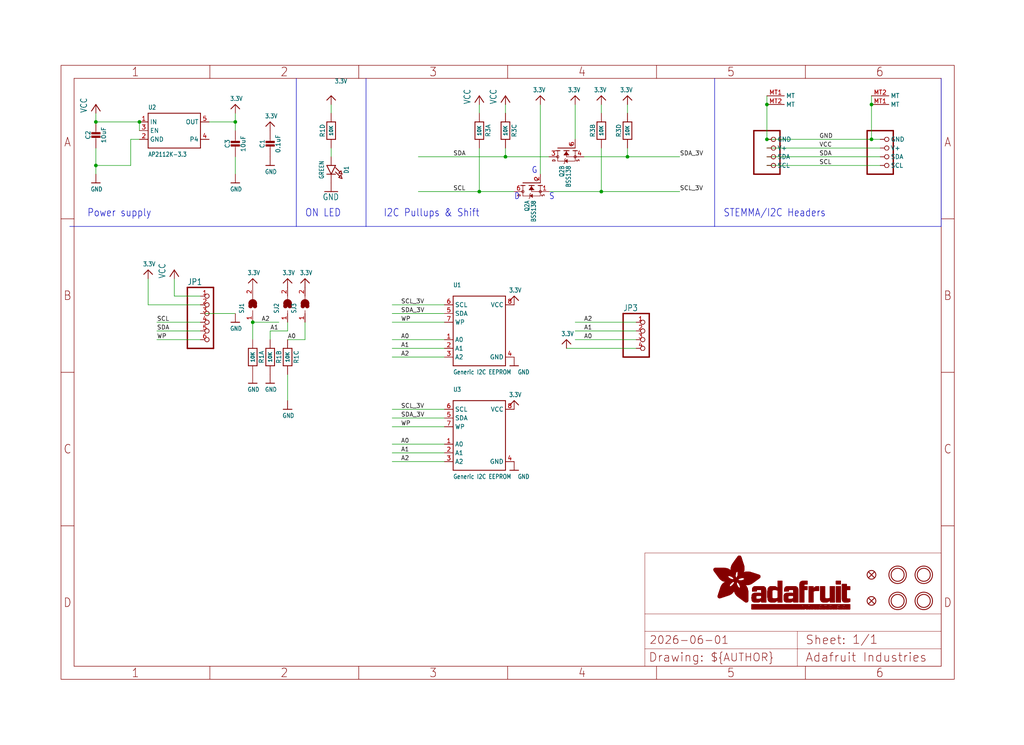
<source format=kicad_sch>
(kicad_sch (version 20230121) (generator eeschema)
  (paper "User" 298.45 217.322)
  (lib_symbols
    (symbol "working-eagle-import:3.3V" (power)
      (property "Value" "3.3V" (at -1.524 1.016 0))
      (symbol "3.3V_1_0"
        (pin power_in line (at 0 -2.54 90) (length 2.54) (name "3.3V") (number "1"))
      )
    )
    (symbol "working-eagle-import:CAP_CERAMIC0603_NO"
      (property "Reference" "C" (at -2.29 1.25 90))
      (symbol "CAP_CERAMIC0603_NO_1_0"
        (pin passive line (at 0 5.08 270) (length 2.54) (name "1") (number "1"))
        (pin passive line (at 0 -2.54 90) (length 2.54) (name "2") (number "2"))
      )
    )
    (symbol "working-eagle-import:CAP_CERAMIC0805-NOOUTLINE"
      (property "Reference" "C" (at -2.29 1.25 90))
      (symbol "CAP_CERAMIC0805-NOOUTLINE_1_0"
        (pin passive line (at 0 5.08 270) (length 2.54) (name "1") (number "1"))
        (pin passive line (at 0 -2.54 90) (length 2.54) (name "2") (number "2"))
      )
    )
    (symbol "working-eagle-import:EEPROM_I2C_8PIN_GENERIC"
      (property "Reference" "U" (at -7.62 12.7 0))
      (symbol "EEPROM_I2C_8PIN_GENERIC_1_0"
        (pin input line (at -10.16 -2.54 0) (length 2.54) (name "A0") (number "1"))
        (pin input line (at -10.16 -5.08 0) (length 2.54) (name "A1") (number "2"))
        (pin input line (at -10.16 -7.62 0) (length 2.54) (name "A2") (number "3"))
        (pin power_in line (at 10.16 -7.62 180) (length 2.54) (name "GND") (number "4"))
        (pin bidirectional line (at -10.16 5.08 0) (length 2.54) (name "SDA") (number "5"))
        (pin input line (at -10.16 7.62 0) (length 2.54) (name "SCL") (number "6"))
        (pin input line (at -10.16 2.54 0) (length 2.54) (name "WP") (number "7"))
        (pin power_in line (at 10.16 7.62 180) (length 2.54) (name "VCC") (number "8"))
      )
    )
    (symbol "working-eagle-import:EEPROM_I2C_8PIN_GENERIC_SON8"
      (property "Reference" "U" (at -7.62 12.7 0))
      (symbol "EEPROM_I2C_8PIN_GENERIC_SON8_1_0"
        (pin input line (at -10.16 -2.54 0) (length 2.54) (name "A0") (number "1"))
        (pin input line (at -10.16 -5.08 0) (length 2.54) (name "A1") (number "2"))
        (pin input line (at -10.16 -7.62 0) (length 2.54) (name "A2") (number "3"))
        (pin power_in line (at 10.16 -7.62 180) (length 2.54) (name "GND") (number "4"))
        (pin bidirectional line (at -10.16 5.08 0) (length 2.54) (name "SDA") (number "5"))
        (pin input line (at -10.16 7.62 0) (length 2.54) (name "SCL") (number "6"))
        (pin input line (at -10.16 2.54 0) (length 2.54) (name "WP") (number "7"))
        (pin power_in line (at 10.16 7.62 180) (length 2.54) (name "VCC") (number "8"))
      )
    )
    (symbol "working-eagle-import:FIDUCIAL_1MM")
    (symbol "working-eagle-import:FRAME_A4_ADAFRUIT"
      (symbol "FRAME_A4_ADAFRUIT_1_0"
        (text "${#}/${##}" (at 230.505 10.16 0) (effects (font (size 2.54 2.54)) (justify left bottom)))
        (text "${AUTHOR}" (at 189.23 5.08 0) (effects (font (size 2.286 2.286)) (justify left bottom)))
        (text "${CURRENT_DATE}" (at 171.45 10.16 0) (effects (font (size 2.286 2.286)) (justify left bottom)))
        (text "${PROJECTNAME}" (at 171.45 15.24 0) (effects (font (size 2.54 2.54)) (justify left bottom)))
        (text "1" (at 21.6958 1.905 0) (effects (font (size 2.54 2.286))))
        (text "1" (at 21.6958 177.165 0) (effects (font (size 2.54 2.286))))
        (text "2" (at 65.0875 1.905 0) (effects (font (size 2.54 2.286))))
        (text "2" (at 65.0875 177.165 0) (effects (font (size 2.54 2.286))))
        (text "3" (at 108.4792 1.905 0) (effects (font (size 2.54 2.286))))
        (text "3" (at 108.4792 177.165 0) (effects (font (size 2.54 2.286))))
        (text "4" (at 151.8708 1.905 0) (effects (font (size 2.54 2.286))))
        (text "4" (at 151.8708 177.165 0) (effects (font (size 2.54 2.286))))
        (text "5" (at 195.2625 1.905 0) (effects (font (size 2.54 2.286))))
        (text "5" (at 195.2625 177.165 0) (effects (font (size 2.54 2.286))))
        (text "6" (at 238.6542 1.905 0) (effects (font (size 2.54 2.286))))
        (text "6" (at 238.6542 177.165 0) (effects (font (size 2.54 2.286))))
        (text "A" (at 1.905 156.6863 0) (effects (font (size 2.54 2.286))))
        (text "A" (at 258.445 156.6863 0) (effects (font (size 2.54 2.286))))
        (text "Adafruit Industries" (at 216.916 4.953 0) (effects (font (size 2.54 2.54)) (justify left bottom)))
        (text "B" (at 1.905 111.9188 0) (effects (font (size 2.54 2.286))))
        (text "B" (at 258.445 111.9188 0) (effects (font (size 2.54 2.286))))
        (text "C" (at 1.905 67.1513 0) (effects (font (size 2.54 2.286))))
        (text "C" (at 258.445 67.1513 0) (effects (font (size 2.54 2.286))))
        (text "D" (at 1.905 22.3838 0) (effects (font (size 2.54 2.286))))
        (text "D" (at 258.445 22.3838 0) (effects (font (size 2.54 2.286))))
        (text "Drawing:" (at 171.196 4.953 0) (effects (font (size 2.54 2.54)) (justify left bottom)))
        (text "Sheet:" (at 216.916 10.033 0) (effects (font (size 2.54 2.54)) (justify left bottom)))
      )
    )
    (symbol "working-eagle-import:GND" (power)
      (property "Value" "GND" (at -1.524 -2.54 0))
      (symbol "GND_1_0"
        (pin power_in line (at 0 2.54 270) (length 2.54) (name "GND") (number "1"))
      )
    )
    (symbol "working-eagle-import:HEADER-1X4ROUND"
      (property "Reference" "JP" (at -6.35 8.255 0))
      (symbol "HEADER-1X4ROUND_1_0"
        (pin passive inverted (at -2.54 5.08 0) (length 2.54) (name "1") (number "1"))
        (pin passive inverted (at -2.54 2.54 0) (length 2.54) (name "2") (number "2"))
        (pin passive inverted (at -2.54 0 0) (length 2.54) (name "3") (number "3"))
        (pin passive inverted (at -2.54 -2.54 0) (length 2.54) (name "4") (number "4"))
      )
    )
    (symbol "working-eagle-import:HEADER-1X670MIL"
      (property "Reference" "JP" (at -6.35 10.795 0))
      (symbol "HEADER-1X670MIL_1_0"
        (pin passive inverted (at -2.54 7.62 0) (length 2.54) (name "1") (number "1"))
        (pin passive inverted (at -2.54 5.08 0) (length 2.54) (name "2") (number "2"))
        (pin passive inverted (at -2.54 2.54 0) (length 2.54) (name "3") (number "3"))
        (pin passive inverted (at -2.54 0 0) (length 2.54) (name "4") (number "4"))
        (pin passive inverted (at -2.54 -2.54 0) (length 2.54) (name "5") (number "5"))
        (pin passive inverted (at -2.54 -5.08 0) (length 2.54) (name "6") (number "6"))
      )
    )
    (symbol "working-eagle-import:LED0603_NOOUTLINE"
      (property "Reference" "D" (at -1.27 4.445 0))
      (symbol "LED0603_NOOUTLINE_1_0"
        (pin passive line (at -5.08 0 0) (length 2.54) (name "A") (number "A"))
        (pin passive line (at 2.54 0 180) (length 2.54) (name "C") (number "C"))
      )
    )
    (symbol "working-eagle-import:MOSFET-N_DUAL"
      (property "Reference" "Q" (at 5.08 0.635 0))
      (symbol "MOSFET-N_DUAL_1_0"
        (text "D" (at 3.175 3.175 0) (effects (font (size 0.8128 0.6908)) (justify left bottom)))
        (text "G" (at -1.27 -1.905 0) (effects (font (size 0.8128 0.6908)) (justify left bottom)))
        (text "S" (at 3.175 -3.81 0) (effects (font (size 0.8128 0.6908)) (justify left bottom)))
        (pin bidirectional line (at 2.54 -5.08 90) (length 2.54) (name "S") (number "1"))
        (pin bidirectional line (at -2.54 -2.54 0) (length 2.54) (name "G") (number "2"))
        (pin bidirectional line (at 2.54 5.08 270) (length 2.54) (name "D") (number "6"))
      )
      (symbol "MOSFET-N_DUAL_2_0"
        (text "D" (at 3.175 3.175 0) (effects (font (size 0.8128 0.6908)) (justify left bottom)))
        (text "G" (at -1.27 -1.905 0) (effects (font (size 0.8128 0.6908)) (justify left bottom)))
        (text "S" (at 3.175 -3.81 0) (effects (font (size 0.8128 0.6908)) (justify left bottom)))
        (pin bidirectional line (at 2.54 5.08 270) (length 2.54) (name "D") (number "3"))
        (pin bidirectional line (at 2.54 -5.08 90) (length 2.54) (name "S") (number "4"))
        (pin bidirectional line (at -2.54 -2.54 0) (length 2.54) (name "G") (number "5"))
      )
    )
    (symbol "working-eagle-import:MOUNTINGHOLE2.5")
    (symbol "working-eagle-import:RESISTOR_4PACK"
      (property "Reference" "R" (at 0 2.54 0))
      (symbol "RESISTOR_4PACK_1_0"
        (pin passive line (at -5.08 0 0) (length 2.54) (name "1") (number "1"))
        (pin passive line (at 5.08 0 180) (length 2.54) (name "2") (number "8"))
      )
      (symbol "RESISTOR_4PACK_2_0"
        (pin passive line (at -5.08 0 0) (length 2.54) (name "1") (number "2"))
        (pin passive line (at 5.08 0 180) (length 2.54) (name "2") (number "7"))
      )
      (symbol "RESISTOR_4PACK_3_0"
        (pin passive line (at -5.08 0 0) (length 2.54) (name "1") (number "3"))
        (pin passive line (at 5.08 0 180) (length 2.54) (name "2") (number "6"))
      )
      (symbol "RESISTOR_4PACK_4_0"
        (pin passive line (at -5.08 0 0) (length 2.54) (name "1") (number "4"))
        (pin passive line (at 5.08 0 180) (length 2.54) (name "2") (number "5"))
      )
    )
    (symbol "working-eagle-import:SOLDERJUMPER"
      (property "Reference" "SJ" (at -2.54 2.54 0))
      (symbol "SOLDERJUMPER_1_0"
        (pin passive line (at -5.08 0 0) (length 2.54) (name "1") (number "1"))
        (pin passive line (at 5.08 0 180) (length 2.54) (name "2") (number "2"))
      )
    )
    (symbol "working-eagle-import:STEMMA_I2C_QT"
      (symbol "STEMMA_I2C_QT_1_0"
        (pin passive inverted (at 0 5.08 0) (length 2.54) (name "GND") (number "1"))
        (pin passive inverted (at 0 2.54 0) (length 2.54) (name "V+") (number "2"))
        (pin passive inverted (at 0 0 0) (length 2.54) (name "SDA") (number "3"))
        (pin passive inverted (at 0 -2.54 0) (length 2.54) (name "SCL") (number "4"))
      )
      (symbol "STEMMA_I2C_QT_2_0"
        (pin bidirectional line (at 0 0 0) (length 5.08) (name "MT") (number "MT1"))
      )
      (symbol "STEMMA_I2C_QT_3_0"
        (pin bidirectional line (at 0 0 0) (length 5.08) (name "MT") (number "MT2"))
      )
    )
    (symbol "working-eagle-import:VCC" (power)
      (property "Value" "VCC" (at -2.54 -2.54 90))
      (symbol "VCC_1_0"
        (pin power_in line (at 0 -2.54 90) (length 2.54) (name "VCC") (number "1"))
      )
    )
    (symbol "working-eagle-import:VREG_SOT23-5"
      (property "Reference" "U" (at -7.62 6.096 0))
      (symbol "VREG_SOT23-5_1_0"
        (pin power_in line (at -10.16 2.54 0) (length 2.54) (name "IN") (number "1"))
        (pin power_in line (at -10.16 -2.54 0) (length 2.54) (name "GND") (number "2"))
        (pin input line (at -10.16 0 0) (length 2.54) (name "EN") (number "3"))
        (pin bidirectional line (at 10.16 -2.54 180) (length 2.54) (name "P4") (number "4"))
        (pin power_in line (at 10.16 2.54 180) (length 2.54) (name "OUT") (number "5"))
      )
    )
    (symbol "working-eagle-import:supply1_GND" (power)
      (property "Value" "supply1_GND" (at -2.54 -2.54 0))
      (symbol "supply1_GND_1_0"
        (pin power_in line (at 0 2.54 270) (length 2.54) (name "GND") (number "1"))
      )
    )
  )
  (junction (at 27.94 35.56))
  (junction (at 139.7 55.88))
  (junction (at 182.88 45.72))
  (junction (at 223.52 40.64))
  (junction (at 254 30.48))
  (junction (at 68.58 35.56))
  (junction (at 223.52 30.48))
  (junction (at 147.32 45.72))
  (junction (at 27.94 48.26))
  (junction (at 73.66 93.98))
  (junction (at 40.64 35.56))
  (junction (at 175.26 55.88))
  (junction (at 254 40.64))
  (wire (pts (xy 223.52 27.94) (xy 223.52 30.48)) (stroke (width 0.1524)))
  (wire (pts (xy 73.66 93.98) (xy 73.66 99.06)) (stroke (width 0.1524)))
  (wire (pts (xy 88.9 99.06) (xy 88.9 93.98)) (stroke (width 0.1524)))
  (polyline (pts (xy 208.28 22.86) (xy 208.28 66.04)) (stroke (width 0.1524) (type solid)))
  (wire (pts (xy 223.52 30.48) (xy 223.52 40.64)) (stroke (width 0.1524)))
  (wire (pts (xy 223.52 48.26) (xy 256.54 48.26)) (stroke (width 0.1524)))
  (wire (pts (xy 38.1 40.64) (xy 38.1 48.26)) (stroke (width 0.1524)))
  (wire (pts (xy 68.58 45.72) (xy 68.58 50.8)) (stroke (width 0.1524)))
  (wire (pts (xy 149.86 55.88) (xy 139.7 55.88)) (stroke (width 0.1524)))
  (polyline (pts (xy 208.28 66.04) (xy 274.32 66.04)) (stroke (width 0.1524) (type solid)))
  (wire (pts (xy 254 30.48) (xy 254 27.94)) (stroke (width 0.1524)))
  (wire (pts (xy 254 40.64) (xy 254 30.48)) (stroke (width 0.1524)))
  (wire (pts (xy 68.58 35.56) (xy 68.58 33.02)) (stroke (width 0.1524)))
  (wire (pts (xy 256.54 45.72) (xy 223.52 45.72)) (stroke (width 0.1524)))
  (wire (pts (xy 114.3 91.44) (xy 129.54 91.44)) (stroke (width 0.1524)))
  (wire (pts (xy 83.82 93.98) (xy 83.82 96.52)) (stroke (width 0.1524)))
  (wire (pts (xy 78.74 96.52) (xy 83.82 96.52)) (stroke (width 0.1524)))
  (wire (pts (xy 129.54 93.98) (xy 114.3 93.98)) (stroke (width 0.1524)))
  (wire (pts (xy 114.3 88.9) (xy 129.54 88.9)) (stroke (width 0.1524)))
  (wire (pts (xy 175.26 55.88) (xy 198.12 55.88)) (stroke (width 0.1524)))
  (polyline (pts (xy 106.68 22.86) (xy 106.68 66.04)) (stroke (width 0.1524) (type solid)))
  (wire (pts (xy 157.48 50.8) (xy 157.48 30.48)) (stroke (width 0.1524)))
  (wire (pts (xy 139.7 55.88) (xy 121.92 55.88)) (stroke (width 0.1524)))
  (wire (pts (xy 160.02 45.72) (xy 147.32 45.72)) (stroke (width 0.1524)))
  (polyline (pts (xy 274.32 22.86) (xy 274.32 66.04)) (stroke (width 0.1524) (type solid)))
  (wire (pts (xy 58.42 88.9) (xy 43.18 88.9)) (stroke (width 0.1524)))
  (wire (pts (xy 256.54 40.64) (xy 254 40.64)) (stroke (width 0.1524)))
  (wire (pts (xy 43.18 88.9) (xy 43.18 81.28)) (stroke (width 0.1524)))
  (wire (pts (xy 60.96 35.56) (xy 68.58 35.56)) (stroke (width 0.1524)))
  (wire (pts (xy 223.52 43.18) (xy 256.54 43.18)) (stroke (width 0.1524)))
  (wire (pts (xy 27.94 33.02) (xy 27.94 35.56)) (stroke (width 0.1524)))
  (wire (pts (xy 58.42 86.36) (xy 50.8 86.36)) (stroke (width 0.1524)))
  (wire (pts (xy 182.88 33.02) (xy 182.88 30.48)) (stroke (width 0.1524)))
  (polyline (pts (xy 86.36 66.04) (xy 106.68 66.04)) (stroke (width 0.1524) (type solid)))
  (wire (pts (xy 114.3 132.08) (xy 129.54 132.08)) (stroke (width 0.1524)))
  (wire (pts (xy 27.94 48.26) (xy 27.94 43.18)) (stroke (width 0.1524)))
  (polyline (pts (xy 106.68 66.04) (xy 208.28 66.04)) (stroke (width 0.1524) (type solid)))
  (wire (pts (xy 114.3 101.6) (xy 129.54 101.6)) (stroke (width 0.1524)))
  (wire (pts (xy 83.82 116.84) (xy 83.82 109.22)) (stroke (width 0.1524)))
  (wire (pts (xy 147.32 43.18) (xy 147.32 45.72)) (stroke (width 0.1524)))
  (wire (pts (xy 182.88 43.18) (xy 182.88 45.72)) (stroke (width 0.1524)))
  (wire (pts (xy 185.42 101.6) (xy 165.1 101.6)) (stroke (width 0.1524)))
  (wire (pts (xy 160.02 55.88) (xy 175.26 55.88)) (stroke (width 0.1524)))
  (wire (pts (xy 58.42 93.98) (xy 45.72 93.98)) (stroke (width 0.1524)))
  (wire (pts (xy 167.64 96.52) (xy 185.42 96.52)) (stroke (width 0.1524)))
  (wire (pts (xy 129.54 104.14) (xy 114.3 104.14)) (stroke (width 0.1524)))
  (wire (pts (xy 68.58 35.56) (xy 68.58 38.1)) (stroke (width 0.1524)))
  (wire (pts (xy 78.74 96.52) (xy 78.74 99.06)) (stroke (width 0.1524)))
  (wire (pts (xy 96.52 30.48) (xy 96.52 33.02)) (stroke (width 0.1524)))
  (wire (pts (xy 182.88 45.72) (xy 198.12 45.72)) (stroke (width 0.1524)))
  (wire (pts (xy 58.42 99.06) (xy 45.72 99.06)) (stroke (width 0.1524)))
  (polyline (pts (xy 86.36 22.86) (xy 86.36 66.04)) (stroke (width 0.1524) (type solid)))
  (wire (pts (xy 170.18 45.72) (xy 182.88 45.72)) (stroke (width 0.1524)))
  (wire (pts (xy 129.54 129.54) (xy 114.3 129.54)) (stroke (width 0.1524)))
  (wire (pts (xy 40.64 35.56) (xy 27.94 35.56)) (stroke (width 0.1524)))
  (wire (pts (xy 114.3 121.92) (xy 129.54 121.92)) (stroke (width 0.1524)))
  (wire (pts (xy 40.64 38.1) (xy 40.64 35.56)) (stroke (width 0.1524)))
  (wire (pts (xy 40.64 40.64) (xy 38.1 40.64)) (stroke (width 0.1524)))
  (wire (pts (xy 147.32 33.02) (xy 147.32 30.48)) (stroke (width 0.1524)))
  (wire (pts (xy 96.52 45.72) (xy 96.52 43.18)) (stroke (width 0.1524)))
  (wire (pts (xy 38.1 48.26) (xy 27.94 48.26)) (stroke (width 0.1524)))
  (wire (pts (xy 185.42 99.06) (xy 167.64 99.06)) (stroke (width 0.1524)))
  (wire (pts (xy 254 40.64) (xy 223.52 40.64)) (stroke (width 0.1524)))
  (wire (pts (xy 129.54 134.62) (xy 114.3 134.62)) (stroke (width 0.1524)))
  (wire (pts (xy 167.64 40.64) (xy 167.64 30.48)) (stroke (width 0.1524)))
  (wire (pts (xy 114.3 119.38) (xy 129.54 119.38)) (stroke (width 0.1524)))
  (wire (pts (xy 129.54 99.06) (xy 114.3 99.06)) (stroke (width 0.1524)))
  (wire (pts (xy 58.42 96.52) (xy 45.72 96.52)) (stroke (width 0.1524)))
  (wire (pts (xy 175.26 33.02) (xy 175.26 30.48)) (stroke (width 0.1524)))
  (wire (pts (xy 58.42 91.44) (xy 68.58 91.44)) (stroke (width 0.1524)))
  (wire (pts (xy 50.8 86.36) (xy 50.8 81.28)) (stroke (width 0.1524)))
  (wire (pts (xy 129.54 124.46) (xy 114.3 124.46)) (stroke (width 0.1524)))
  (wire (pts (xy 88.9 99.06) (xy 83.82 99.06)) (stroke (width 0.1524)))
  (polyline (pts (xy 20.32 66.04) (xy 86.36 66.04)) (stroke (width 0.1524) (type solid)))
  (wire (pts (xy 175.26 43.18) (xy 175.26 55.88)) (stroke (width 0.1524)))
  (wire (pts (xy 185.42 93.98) (xy 167.64 93.98)) (stroke (width 0.1524)))
  (wire (pts (xy 139.7 30.48) (xy 139.7 33.02)) (stroke (width 0.1524)))
  (wire (pts (xy 139.7 43.18) (xy 139.7 55.88)) (stroke (width 0.1524)))
  (wire (pts (xy 147.32 45.72) (xy 121.92 45.72)) (stroke (width 0.1524)))
  (wire (pts (xy 27.94 48.26) (xy 27.94 50.8)) (stroke (width 0.1524)))
  (wire (pts (xy 81.28 93.98) (xy 73.66 93.98)) (stroke (width 0.1524)))
  (text "STEMMA/I2C Headers" (at 210.82 63.5 0) (effects (font (size 2.1844 1.8567)) (justify left bottom)))
  (text "G" (at 154.94 50.8 0) (effects (font (size 1.778 1.5113)) (justify left bottom)))
  (text "S" (at 160.02 58.42 0) (effects (font (size 1.778 1.5113)) (justify left bottom)))
  (text "ON LED" (at 88.9 63.5 0) (effects (font (size 2.1844 1.8567)) (justify left bottom)))
  (text "D" (at 149.86 58.42 0) (effects (font (size 1.778 1.5113)) (justify left bottom)))
  (text "I2C Pullups & Shift" (at 111.76 63.5 0) (effects (font (size 2.1844 1.8567)) (justify left bottom)))
  (text "Power supply" (at 25.4 63.5 0) (effects (font (size 2.1844 1.8567)) (justify left bottom)))
  (label "A2" (at 116.84 104.14 0) (effects (font (size 1.2446 1.2446))))
  (label "SCL" (at 238.76 48.26 0) (effects (font (size 1.2446 1.2446))))
  (label "WP" (at 116.84 124.46 0) (effects (font (size 1.2446 1.2446))))
  (label "SDA_3V" (at 198.12 45.72 0) (effects (font (size 1.2446 1.2446))))
  (label "A0" (at 170.18 99.06 0) (effects (font (size 1.2446 1.2446))))
  (label "SCL_3V" (at 198.12 55.88 0) (effects (font (size 1.2446 1.2446))))
  (label "SDA_3V" (at 116.84 91.44 0) (effects (font (size 1.2446 1.2446))))
  (label "SDA" (at 132.08 45.72 0) (effects (font (size 1.2446 1.2446))))
  (label "GND" (at 238.76 40.64 0) (effects (font (size 1.2446 1.2446))))
  (label "SDA_3V" (at 116.84 121.92 0) (effects (font (size 1.2446 1.2446))))
  (label "A2" (at 76.2 93.98 0) (effects (font (size 1.2446 1.2446))))
  (label "A0" (at 116.84 99.06 0) (effects (font (size 1.2446 1.2446))))
  (label "A1" (at 78.74 96.52 0) (effects (font (size 1.2446 1.2446))))
  (label "A1" (at 116.84 101.6 0) (effects (font (size 1.2446 1.2446))))
  (label "SDA" (at 238.76 45.72 0) (effects (font (size 1.2446 1.2446))))
  (label "A0" (at 116.84 129.54 0) (effects (font (size 1.2446 1.2446))))
  (label "A2" (at 116.84 134.62 0) (effects (font (size 1.2446 1.2446))))
  (label "A0" (at 83.82 99.06 0) (effects (font (size 1.2446 1.2446))))
  (label "SCL" (at 45.72 93.98 0) (effects (font (size 1.2446 1.2446))))
  (label "VCC" (at 238.76 43.18 0) (effects (font (size 1.2446 1.2446))))
  (label "SDA" (at 45.72 96.52 0) (effects (font (size 1.2446 1.2446))))
  (label "WP" (at 116.84 93.98 0) (effects (font (size 1.2446 1.2446))))
  (label "A1" (at 116.84 132.08 0) (effects (font (size 1.2446 1.2446))))
  (label "WP" (at 45.72 99.06 0) (effects (font (size 1.2446 1.2446))))
  (label "SCL" (at 132.08 55.88 0) (effects (font (size 1.2446 1.2446))))
  (label "A1" (at 170.18 96.52 0) (effects (font (size 1.2446 1.2446))))
  (label "A2" (at 170.18 93.98 0) (effects (font (size 1.2446 1.2446))))
  (label "SCL_3V" (at 116.84 88.9 0) (effects (font (size 1.2446 1.2446))))
  (label "SCL_3V" (at 116.84 119.38 0) (effects (font (size 1.2446 1.2446))))
  (symbol (lib_id "working-eagle-import:STEMMA_I2C_QT") (at 254 27.94 0) (unit 3)
    (property "Reference" "CONN4" (effects hide))
    (property "Value" "STEMMA_I2C_QT" (effects hide))
    (property "Footprint" "working:JST_SH4" (effects hide))
  )
  (symbol (lib_id "working-eagle-import:SOLDERJUMPER") (at 83.82 88.9 90) (unit 1)
    (property "Reference" "SJ2" (at 81.28 91.44 0) (effects (font (size 1.27 1.0795)) (justify left bottom)))
    (property "Value" "SOLDERJUMPER" (effects hide))
    (property "Footprint" "working:SOLDERJUMPER_ARROW_NOPASTE" (effects hide))
  )
  (symbol (lib_id "working-eagle-import:3.3V") (at 88.9 81.28 0) (unit 1)
    (property "Reference" "#U$29" (effects hide))
    (property "Value" "3.3V" (at 87.376 80.264 0) (effects (font (size 1.27 1.0795)) (justify left bottom)))
  )
  (symbol (lib_id "working-eagle-import:3.3V") (at 157.48 27.94 0) (mirror y) (unit 1)
    (property "Reference" "#U$26" (effects hide))
    (property "Value" "3.3V" (at 159.004 26.924 0) (effects (font (size 1.27 1.0795)) (justify left bottom)))
  )
  (symbol (lib_id "working-eagle-import:3.3V") (at 175.26 27.94 0) (mirror y) (unit 1)
    (property "Reference" "#U$24" (effects hide))
    (property "Value" "3.3V" (at 176.784 26.924 0) (effects (font (size 1.27 1.0795)) (justify left bottom)))
  )
  (symbol (lib_id "working-eagle-import:MOUNTINGHOLE2.5") (at 261.62 175.26 0) (unit 1)
    (property "Reference" "U$1" (effects hide))
    (property "Value" "MOUNTINGHOLE2.5" (effects hide))
    (property "Footprint" "working:MOUNTINGHOLE_2.5_PLATED" (effects hide))
  )
  (symbol (lib_id "working-eagle-import:supply1_GND") (at 96.52 55.88 0) (unit 1)
    (property "Reference" "#GND6" (effects hide))
    (property "Value" "GND" (at 93.98 58.42 0) (effects (font (size 1.778 1.5113)) (justify left bottom)))
  )
  (symbol (lib_id "working-eagle-import:3.3V") (at 149.86 86.36 0) (unit 1)
    (property "Reference" "#U$2" (effects hide))
    (property "Value" "3.3V" (at 148.336 85.344 0) (effects (font (size 1.27 1.0795)) (justify left bottom)))
  )
  (symbol (lib_id "working-eagle-import:STEMMA_I2C_QT") (at 223.52 30.48 0) (unit 3)
    (property "Reference" "CONN3" (effects hide))
    (property "Value" "STEMMA_I2C_QT" (effects hide))
    (property "Footprint" "working:JST_SH4" (effects hide))
  )
  (symbol (lib_id "working-eagle-import:STEMMA_I2C_QT") (at 223.52 45.72 0) (unit 1)
    (property "Reference" "CONN3" (effects hide))
    (property "Value" "STEMMA_I2C_QT" (effects hide))
    (property "Footprint" "working:JST_SH4" (effects hide))
  )
  (symbol (lib_id "working-eagle-import:LED0603_NOOUTLINE") (at 96.52 50.8 270) (unit 1)
    (property "Reference" "D1" (at 100.965 49.53 0) (effects (font (size 1.27 1.0795))))
    (property "Value" "GREEN" (at 93.726 49.53 0) (effects (font (size 1.27 1.0795))))
    (property "Footprint" "working:CHIPLED_0603_NOOUTLINE" (effects hide))
  )
  (symbol (lib_id "working-eagle-import:RESISTOR_4PACK") (at 73.66 104.14 270) (unit 1)
    (property "Reference" "R1" (at 76.2 104.14 0))
    (property "Value" "10K" (at 73.66 104.14 0) (effects (font (size 1.016 1.016) bold)))
    (property "Footprint" "working:RESPACK_4X0603" (effects hide))
  )
  (symbol (lib_id "working-eagle-import:GND") (at 68.58 93.98 0) (unit 1)
    (property "Reference" "#U$10" (effects hide))
    (property "Value" "GND" (at 67.056 96.52 0) (effects (font (size 1.27 1.0795)) (justify left bottom)))
  )
  (symbol (lib_id "working-eagle-import:SOLDERJUMPER") (at 88.9 88.9 90) (unit 1)
    (property "Reference" "SJ3" (at 86.36 91.44 0) (effects (font (size 1.27 1.0795)) (justify left bottom)))
    (property "Value" "SOLDERJUMPER" (effects hide))
    (property "Footprint" "working:SOLDERJUMPER_ARROW_NOPASTE" (effects hide))
  )
  (symbol (lib_id "working-eagle-import:VCC") (at 27.94 30.48 0) (unit 1)
    (property "Reference" "#P+3" (effects hide))
    (property "Value" "VCC" (at 25.4 33.02 90) (effects (font (size 1.778 1.5113)) (justify left bottom)))
  )
  (symbol (lib_id "working-eagle-import:STEMMA_I2C_QT") (at 256.54 45.72 0) (unit 1)
    (property "Reference" "CONN4" (effects hide))
    (property "Value" "STEMMA_I2C_QT" (effects hide))
    (property "Footprint" "working:JST_SH4" (effects hide))
  )
  (symbol (lib_id "working-eagle-import:GND") (at 149.86 137.16 0) (unit 1)
    (property "Reference" "#U$22" (effects hide))
    (property "Value" "GND" (at 150.876 139.7 0) (effects (font (size 1.27 1.0795)) (justify left bottom)))
  )
  (symbol (lib_id "working-eagle-import:VREG_SOT23-5") (at 50.8 38.1 0) (unit 1)
    (property "Reference" "U2" (at 43.18 32.004 0) (effects (font (size 1.27 1.0795)) (justify left bottom)))
    (property "Value" "AP2112K-3.3" (at 43.18 45.72 0) (effects (font (size 1.27 1.0795)) (justify left bottom)))
    (property "Footprint" "working:SOT23-5" (effects hide))
  )
  (symbol (lib_id "working-eagle-import:CAP_CERAMIC0603_NO") (at 78.74 43.18 0) (unit 1)
    (property "Reference" "C1" (at 76.45 41.93 90))
    (property "Value" "0.1uF" (at 81.04 41.93 90))
    (property "Footprint" "working:0603-NO" (effects hide))
  )
  (symbol (lib_id "working-eagle-import:EEPROM_I2C_8PIN_GENERIC_SON8") (at 139.7 127 0) (unit 1)
    (property "Reference" "U3" (at 132.08 114.3 0) (effects (font (size 1.27 1.0795)) (justify left bottom)))
    (property "Value" "Generic I2C EEPROM" (at 132.08 139.7 0) (effects (font (size 1.27 1.0795)) (justify left bottom)))
    (property "Footprint" "working:USON8" (effects hide))
  )
  (symbol (lib_id "working-eagle-import:VCC") (at 50.8 78.74 0) (unit 1)
    (property "Reference" "#P+4" (effects hide))
    (property "Value" "VCC" (at 48.26 81.28 90) (effects (font (size 1.778 1.5113)) (justify left bottom)))
  )
  (symbol (lib_id "working-eagle-import:VCC") (at 139.7 27.94 0) (unit 1)
    (property "Reference" "#P+1" (effects hide))
    (property "Value" "VCC" (at 137.16 30.48 90) (effects (font (size 1.778 1.5113)) (justify left bottom)))
  )
  (symbol (lib_id "working-eagle-import:FIDUCIAL_1MM") (at 254 167.64 0) (unit 1)
    (property "Reference" "FID4" (effects hide))
    (property "Value" "FIDUCIAL_1MM" (effects hide))
    (property "Footprint" "working:FIDUCIAL_1MM" (effects hide))
  )
  (symbol (lib_id "working-eagle-import:MOSFET-N_DUAL") (at 165.1 43.18 90) (mirror x) (unit 2)
    (property "Reference" "Q2" (at 164.465 48.26 0) (effects (font (size 1.27 1.0795)) (justify left bottom)))
    (property "Value" "BSS138" (at 166.37 48.26 0) (effects (font (size 1.27 1.0795)) (justify left bottom)))
    (property "Footprint" "working:SOT363" (effects hide))
  )
  (symbol (lib_id "working-eagle-import:RESISTOR_4PACK") (at 83.82 104.14 270) (unit 3)
    (property "Reference" "R1" (at 86.36 104.14 0))
    (property "Value" "10K" (at 83.82 104.14 0) (effects (font (size 1.016 1.016) bold)))
    (property "Footprint" "working:RESPACK_4X0603" (effects hide))
  )
  (symbol (lib_id "working-eagle-import:3.3V") (at 78.74 35.56 0) (unit 1)
    (property "Reference" "#U$6" (effects hide))
    (property "Value" "3.3V" (at 77.216 34.544 0) (effects (font (size 1.27 1.0795)) (justify left bottom)))
  )
  (symbol (lib_id "working-eagle-import:FIDUCIAL_1MM") (at 254 175.26 0) (unit 1)
    (property "Reference" "FID3" (effects hide))
    (property "Value" "FIDUCIAL_1MM" (effects hide))
    (property "Footprint" "working:FIDUCIAL_1MM" (effects hide))
  )
  (symbol (lib_id "working-eagle-import:3.3V") (at 68.58 30.48 0) (unit 1)
    (property "Reference" "#U$15" (effects hide))
    (property "Value" "3.3V" (at 67.056 29.464 0) (effects (font (size 1.27 1.0795)) (justify left bottom)))
  )
  (symbol (lib_id "working-eagle-import:FRAME_A4_ADAFRUIT") (at 17.78 198.12 0) (unit 1)
    (property "Reference" "#U$18" (effects hide))
    (property "Value" "FRAME_A4_ADAFRUIT" (effects hide))
  )
  (symbol (lib_id "working-eagle-import:RESISTOR_4PACK") (at 147.32 38.1 270) (unit 3)
    (property "Reference" "R3" (at 149.86 38.1 0))
    (property "Value" "10K" (at 147.32 38.1 0) (effects (font (size 1.016 1.016) bold)))
    (property "Footprint" "working:RESPACK_4X0603" (effects hide))
  )
  (symbol (lib_id "working-eagle-import:GND") (at 68.58 53.34 0) (unit 1)
    (property "Reference" "#U$5" (effects hide))
    (property "Value" "GND" (at 67.056 55.88 0) (effects (font (size 1.27 1.0795)) (justify left bottom)))
  )
  (symbol (lib_id "working-eagle-import:MOUNTINGHOLE2.5") (at 269.24 167.64 0) (unit 1)
    (property "Reference" "U$19" (effects hide))
    (property "Value" "MOUNTINGHOLE2.5" (effects hide))
    (property "Footprint" "working:MOUNTINGHOLE_2.5_PLATED" (effects hide))
  )
  (symbol (lib_id "working-eagle-import:HEADER-1X670MIL") (at 60.96 93.98 0) (unit 1)
    (property "Reference" "JP1" (at 54.61 83.185 0) (effects (font (size 1.778 1.5113)) (justify left bottom)))
    (property "Value" "HEADER-1X670MIL" (effects hide))
    (property "Footprint" "working:1X06_ROUND_70" (effects hide))
  )
  (symbol (lib_id "working-eagle-import:GND") (at 73.66 111.76 0) (unit 1)
    (property "Reference" "#U$8" (effects hide))
    (property "Value" "GND" (at 72.136 114.3 0) (effects (font (size 1.27 1.0795)) (justify left bottom)))
  )
  (symbol (lib_id "working-eagle-import:CAP_CERAMIC0805-NOOUTLINE") (at 27.94 40.64 0) (unit 1)
    (property "Reference" "C2" (at 25.65 39.39 90))
    (property "Value" "10uF" (at 30.24 39.39 90))
    (property "Footprint" "working:0805-NO" (effects hide))
  )
  (symbol (lib_id "working-eagle-import:3.3V") (at 43.18 78.74 0) (unit 1)
    (property "Reference" "#U$16" (effects hide))
    (property "Value" "3.3V" (at 41.656 77.724 0) (effects (font (size 1.27 1.0795)) (justify left bottom)))
  )
  (symbol (lib_id "working-eagle-import:3.3V") (at 167.64 27.94 0) (mirror y) (unit 1)
    (property "Reference" "#U$23" (effects hide))
    (property "Value" "3.3V" (at 169.164 26.924 0) (effects (font (size 1.27 1.0795)) (justify left bottom)))
  )
  (symbol (lib_id "working-eagle-import:GND") (at 149.86 106.68 0) (unit 1)
    (property "Reference" "#U$4" (effects hide))
    (property "Value" "GND" (at 150.876 109.22 0) (effects (font (size 1.27 1.0795)) (justify left bottom)))
  )
  (symbol (lib_id "working-eagle-import:3.3V") (at 73.66 81.28 0) (unit 1)
    (property "Reference" "#U$27" (effects hide))
    (property "Value" "3.3V" (at 72.136 80.264 0) (effects (font (size 1.27 1.0795)) (justify left bottom)))
  )
  (symbol (lib_id "working-eagle-import:SOLDERJUMPER") (at 73.66 88.9 90) (unit 1)
    (property "Reference" "SJ1" (at 71.12 91.44 0) (effects (font (size 1.27 1.0795)) (justify left bottom)))
    (property "Value" "SOLDERJUMPER" (effects hide))
    (property "Footprint" "working:SOLDERJUMPER_ARROW_NOPASTE" (effects hide))
  )
  (symbol (lib_id "working-eagle-import:3.3V") (at 83.82 81.28 0) (unit 1)
    (property "Reference" "#U$28" (effects hide))
    (property "Value" "3.3V" (at 82.296 80.264 0) (effects (font (size 1.27 1.0795)) (justify left bottom)))
  )
  (symbol (lib_id "working-eagle-import:EEPROM_I2C_8PIN_GENERIC") (at 139.7 96.52 0) (unit 1)
    (property "Reference" "U1" (at 132.08 83.82 0) (effects (font (size 1.27 1.0795)) (justify left bottom)))
    (property "Value" "Generic I2C EEPROM" (at 132.08 109.22 0) (effects (font (size 1.27 1.0795)) (justify left bottom)))
    (property "Footprint" "working:SOIC8_150MIL" (effects hide))
  )
  (symbol (lib_id "working-eagle-import:3.3V") (at 182.88 27.94 0) (mirror y) (unit 1)
    (property "Reference" "#U$7" (effects hide))
    (property "Value" "3.3V" (at 184.404 26.924 0) (effects (font (size 1.27 1.0795)) (justify left bottom)))
  )
  (symbol (lib_id "working-eagle-import:STEMMA_I2C_QT") (at 223.52 27.94 0) (unit 2)
    (property "Reference" "CONN3" (effects hide))
    (property "Value" "STEMMA_I2C_QT" (effects hide))
    (property "Footprint" "working:JST_SH4" (effects hide))
  )
  (symbol (lib_id "working-eagle-import:STEMMA_I2C_QT") (at 254 30.48 0) (unit 2)
    (property "Reference" "CONN4" (effects hide))
    (property "Value" "STEMMA_I2C_QT" (effects hide))
    (property "Footprint" "working:JST_SH4" (effects hide))
  )
  (symbol (lib_id "working-eagle-import:3.3V") (at 96.52 27.94 0) (unit 1)
    (property "Reference" "#U$3" (effects hide))
    (property "Value" "3.3V" (at 97.536 24.384 0) (effects (font (size 1.27 1.0795)) (justify left bottom)))
  )
  (symbol (lib_id "working-eagle-import:GND") (at 78.74 48.26 0) (unit 1)
    (property "Reference" "#U$14" (effects hide))
    (property "Value" "GND" (at 77.216 50.8 0) (effects (font (size 1.27 1.0795)) (justify left bottom)))
  )
  (symbol (lib_id "working-eagle-import:RESISTOR_4PACK") (at 96.52 38.1 90) (unit 4)
    (property "Reference" "R1" (at 93.98 38.1 0))
    (property "Value" "10K" (at 96.52 38.1 0) (effects (font (size 1.016 1.016) bold)))
    (property "Footprint" "working:RESPACK_4X0603" (effects hide))
  )
  (symbol (lib_id "working-eagle-import:GND") (at 78.74 111.76 0) (unit 1)
    (property "Reference" "#U$9" (effects hide))
    (property "Value" "GND" (at 77.216 114.3 0) (effects (font (size 1.27 1.0795)) (justify left bottom)))
  )
  (symbol (lib_id "working-eagle-import:RESISTOR_4PACK") (at 182.88 38.1 90) (mirror x) (unit 4)
    (property "Reference" "R3" (at 180.34 38.1 0))
    (property "Value" "10K" (at 182.88 38.1 0) (effects (font (size 1.016 1.016) bold)))
    (property "Footprint" "working:RESPACK_4X0603" (effects hide))
  )
  (symbol (lib_id "working-eagle-import:CAP_CERAMIC0805-NOOUTLINE") (at 68.58 43.18 0) (unit 1)
    (property "Reference" "C3" (at 66.29 41.93 90))
    (property "Value" "10uF" (at 70.88 41.93 90))
    (property "Footprint" "working:0805-NO" (effects hide))
  )
  (symbol (lib_id "working-eagle-import:VCC") (at 147.32 27.94 0) (unit 1)
    (property "Reference" "#P+2" (effects hide))
    (property "Value" "VCC" (at 144.78 30.48 90) (effects (font (size 1.778 1.5113)) (justify left bottom)))
  )
  (symbol (lib_id "working-eagle-import:3.3V") (at 149.86 116.84 0) (unit 1)
    (property "Reference" "#U$20" (effects hide))
    (property "Value" "3.3V" (at 148.336 115.824 0) (effects (font (size 1.27 1.0795)) (justify left bottom)))
  )
  (symbol (lib_id "working-eagle-import:MOSFET-N_DUAL") (at 154.94 53.34 90) (mirror x) (unit 1)
    (property "Reference" "Q2" (at 154.305 58.42 0) (effects (font (size 1.27 1.0795)) (justify left bottom)))
    (property "Value" "BSS138" (at 156.21 58.42 0) (effects (font (size 1.27 1.0795)) (justify left bottom)))
    (property "Footprint" "working:SOT363" (effects hide))
  )
  (symbol (lib_id "working-eagle-import:RESISTOR_4PACK") (at 78.74 104.14 270) (unit 2)
    (property "Reference" "R1" (at 81.28 104.14 0))
    (property "Value" "10K" (at 78.74 104.14 0) (effects (font (size 1.016 1.016) bold)))
    (property "Footprint" "working:RESPACK_4X0603" (effects hide))
  )
  (symbol (lib_id "working-eagle-import:GND") (at 83.82 119.38 0) (unit 1)
    (property "Reference" "#U$11" (effects hide))
    (property "Value" "GND" (at 82.296 121.92 0) (effects (font (size 1.27 1.0795)) (justify left bottom)))
  )
  (symbol (lib_id "working-eagle-import:MOUNTINGHOLE2.5") (at 269.24 175.26 0) (unit 1)
    (property "Reference" "U$21" (effects hide))
    (property "Value" "MOUNTINGHOLE2.5" (effects hide))
    (property "Footprint" "working:MOUNTINGHOLE_2.5_PLATED" (effects hide))
  )
  (symbol (lib_id "working-eagle-import:MOUNTINGHOLE2.5") (at 261.62 167.64 0) (unit 1)
    (property "Reference" "U$17" (effects hide))
    (property "Value" "MOUNTINGHOLE2.5" (effects hide))
    (property "Footprint" "working:MOUNTINGHOLE_2.5_PLATED" (effects hide))
  )
  (symbol (lib_id "working-eagle-import:HEADER-1X4ROUND") (at 187.96 99.06 0) (unit 1)
    (property "Reference" "JP3" (at 181.61 90.805 0) (effects (font (size 1.778 1.5113)) (justify left bottom)))
    (property "Value" "HEADER-1X4ROUND" (effects hide))
    (property "Footprint" "working:1X04_ROUND" (effects hide))
  )
  (symbol (lib_id "working-eagle-import:RESISTOR_4PACK") (at 139.7 38.1 270) (unit 1)
    (property "Reference" "R3" (at 142.24 38.1 0))
    (property "Value" "10K" (at 139.7 38.1 0) (effects (font (size 1.016 1.016) bold)))
    (property "Footprint" "working:RESPACK_4X0603" (effects hide))
  )
  (symbol (lib_id "working-eagle-import:GND") (at 27.94 53.34 0) (unit 1)
    (property "Reference" "#U$13" (effects hide))
    (property "Value" "GND" (at 26.416 55.88 0) (effects (font (size 1.27 1.0795)) (justify left bottom)))
  )
  (symbol (lib_id "working-eagle-import:3.3V") (at 165.1 99.06 0) (unit 1)
    (property "Reference" "#U$12" (effects hide))
    (property "Value" "3.3V" (at 163.576 98.044 0) (effects (font (size 1.27 1.0795)) (justify left bottom)))
  )
  (symbol (lib_id "working-eagle-import:RESISTOR_4PACK") (at 175.26 38.1 90) (mirror x) (unit 2)
    (property "Reference" "R3" (at 172.72 38.1 0))
    (property "Value" "10K" (at 175.26 38.1 0) (effects (font (size 1.016 1.016) bold)))
    (property "Footprint" "working:RESPACK_4X0603" (effects hide))
  )
)
</source>
